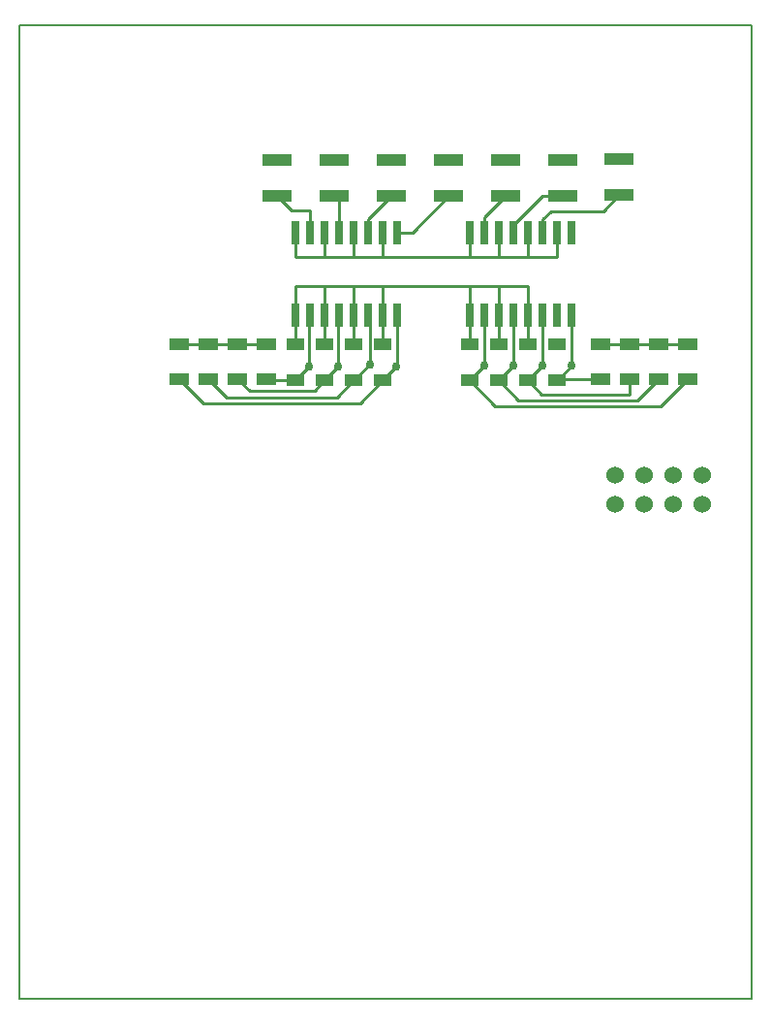
<source format=gbr>
G04 PROTEUS GERBER X2 FILE*
%TF.GenerationSoftware,Labcenter,Proteus,8.5-SP1-Build22252*%
%TF.CreationDate,2016-12-17T22:17:43+00:00*%
%TF.FileFunction,Copper,L1,Top*%
%TF.FilePolarity,Positive*%
%TF.Part,Single*%
%FSLAX45Y45*%
%MOMM*%
G01*
%TA.AperFunction,Conductor*%
%ADD10C,0.254000*%
%TA.AperFunction,ViaPad*%
%ADD11C,0.762000*%
%TA.AperFunction,SMDPad,CuDef*%
%ADD12R,0.635000X2.032000*%
%ADD13R,2.540000X1.016000*%
%ADD14R,1.524000X1.016000*%
%ADD15R,1.752600X1.041400*%
%TA.AperFunction,ComponentPad*%
%ADD16C,1.524000*%
%TA.AperFunction,Profile*%
%ADD17C,0.203200*%
D10*
X-10541000Y+10811000D02*
X-10541000Y+10883900D01*
X-10541000Y+10811000D02*
X-10541000Y+10782300D01*
X-10541000Y+10668000D02*
X-10541000Y+10782300D01*
X-11303000Y+10668000D02*
X-11303000Y+10782300D01*
X-11303000Y+10883900D01*
X-11303000Y+10668000D02*
X-11049000Y+10668000D01*
X-11303000Y+10668000D02*
X-12065000Y+10668000D01*
X-12319000Y+10668000D02*
X-12319000Y+10782300D01*
X-12319000Y+10883900D01*
X-12065000Y+10668000D02*
X-12319000Y+10668000D01*
X-12573000Y+10668000D02*
X-12573000Y+10883900D01*
X-12319000Y+10668000D02*
X-12573000Y+10668000D01*
X-12827000Y+10668000D01*
X-12827000Y+10782300D01*
X-12827000Y+10883900D01*
X-12065000Y+10668000D02*
X-12065000Y+10782300D01*
X-12065000Y+10883900D01*
X-11049000Y+10668000D02*
X-11049000Y+10883900D01*
X-10541000Y+10668000D02*
X-10795000Y+10668000D01*
X-11049000Y+10668000D02*
X-10795000Y+10668000D01*
X-10795000Y+10883900D01*
X-12700000Y+10883900D02*
X-12700000Y+11073000D01*
X-12863000Y+11073000D01*
X-12990000Y+11200000D01*
X-12446000Y+10883900D02*
X-12446000Y+11156000D01*
X-12490000Y+11200000D01*
X-12192000Y+10883900D02*
X-12192000Y+10998000D01*
X-11990000Y+11200000D01*
X-11938000Y+10883900D02*
X-11806100Y+10883900D01*
X-11490000Y+11200000D01*
X-11176000Y+10883900D02*
X-11176000Y+11014000D01*
X-10990000Y+11200000D01*
X-10922000Y+10883900D02*
X-10922000Y+10949087D01*
X-10671087Y+11200000D01*
X-10490000Y+11200000D01*
X-10668000Y+10883900D02*
X-10668000Y+10995989D01*
X-10594775Y+11069214D01*
X-10139786Y+11069214D01*
X-9999500Y+11209500D01*
X-9398000Y+9906000D02*
X-9398000Y+9905999D01*
X-9525000Y+9905999D01*
X-9525001Y+9906000D01*
X-9652000Y+9906000D01*
X-13335000Y+9906000D02*
X-13589000Y+9906000D01*
X-13335000Y+9906000D02*
X-13081000Y+9906000D01*
X-9652000Y+9906000D02*
X-9906000Y+9906000D01*
X-10160000Y+9906000D01*
X-13589000Y+9906000D02*
X-13843000Y+9906000D01*
X-12827000Y+10160000D02*
X-12827000Y+10414000D01*
X-12065000Y+10414000D02*
X-11303000Y+10414000D01*
X-10795000Y+10160000D02*
X-10795000Y+9906000D01*
X-11049000Y+10160000D02*
X-11049000Y+9906000D01*
X-11303000Y+10160000D02*
X-11303000Y+9906000D01*
X-12319000Y+10160000D02*
X-12319000Y+10414000D01*
X-12065000Y+10414000D02*
X-12319000Y+10414000D01*
X-12573000Y+10414000D01*
X-11303000Y+10414000D02*
X-11049000Y+10414000D01*
X-12065000Y+10160000D02*
X-12049881Y+10236604D01*
X-12065000Y+10251723D01*
X-12065000Y+10414000D01*
X-11303000Y+10160000D02*
X-11303000Y+10414000D01*
X-11049000Y+10160000D02*
X-11049000Y+10414000D01*
X-10795000Y+10414000D02*
X-10857493Y+10414000D01*
X-11049000Y+10414000D02*
X-10857493Y+10414000D01*
X-10795000Y+10160000D02*
X-10795000Y+10414000D01*
X-12573000Y+10160000D02*
X-12573000Y+10287000D01*
X-12573000Y+10414000D02*
X-12573000Y+10287000D01*
X-12065000Y+10160000D02*
X-12065000Y+9906000D01*
X-12319000Y+10160000D02*
X-12319000Y+9906000D01*
X-12573000Y+10160000D02*
X-12573000Y+9906000D01*
X-12827000Y+10414000D02*
X-12573000Y+10414000D01*
X-12827000Y+10160000D02*
X-12827000Y+9906000D01*
X-12710079Y+9707961D02*
X-12710079Y+10058400D01*
X-12700000Y+10160000D01*
X-12827000Y+9591040D02*
X-12710079Y+9707961D01*
X-12827000Y+9591040D02*
X-13066040Y+9591040D01*
X-13081000Y+9606000D01*
X-12454568Y+9709472D02*
X-12454568Y+10078862D01*
X-12442977Y+10090453D01*
X-12446000Y+10160000D01*
X-12573000Y+9591040D02*
X-12454568Y+9709472D01*
X-12573000Y+9591040D02*
X-12663229Y+9500811D01*
X-13229811Y+9500811D01*
X-13335000Y+9606000D01*
X-12179269Y+9730771D02*
X-12179269Y+10147269D01*
X-12192000Y+10160000D01*
X-12319000Y+9591040D02*
X-12179269Y+9730771D01*
X-12319000Y+9591040D02*
X-12464666Y+9445374D01*
X-13428374Y+9445374D01*
X-13589000Y+9606000D01*
X-11946373Y+9709667D02*
X-11938000Y+9718040D01*
X-11938000Y+10160000D01*
X-12065000Y+9591040D02*
X-11946373Y+9709667D01*
X-11946373Y+9715706D02*
X-11946373Y+9709667D01*
X-12065000Y+9591040D02*
X-12261426Y+9394614D01*
X-13631614Y+9394614D01*
X-13843000Y+9606000D01*
X-11176000Y+9718040D02*
X-11176000Y+10160000D01*
X-11303000Y+9591040D02*
X-11176000Y+9718040D01*
X-11303000Y+9591040D02*
X-11080980Y+9369020D01*
X-9634980Y+9369020D01*
X-9398000Y+9606000D01*
X-10922000Y+9718040D02*
X-10922000Y+10160000D01*
X-11049000Y+9591040D02*
X-10922000Y+9718040D01*
X-11049000Y+9591040D02*
X-10877772Y+9419812D01*
X-9838188Y+9419812D01*
X-9652000Y+9606000D01*
X-10668000Y+9718040D02*
X-10668000Y+10160000D01*
X-10795000Y+9591040D02*
X-10668000Y+9718040D01*
X-10795000Y+9591040D02*
X-10674533Y+9470573D01*
X-9911040Y+9470573D01*
X-9911040Y+9600960D01*
X-9906000Y+9606000D01*
X-10414000Y+9779000D02*
X-10414000Y+10160000D01*
X-10414000Y+9718040D02*
X-10526040Y+9606000D01*
X-10414000Y+9718040D02*
X-10414000Y+9779000D01*
X-10526040Y+9606000D02*
X-10541000Y+9591040D01*
X-10526040Y+9606000D02*
X-10160000Y+9606000D01*
D11*
X-12710079Y+9707961D03*
X-12454568Y+9709472D03*
X-12179269Y+9730771D03*
X-11946373Y+9715706D03*
X-11176000Y+9718040D03*
X-10922000Y+9718040D03*
X-10668000Y+9718040D03*
X-10414000Y+9718040D03*
D12*
X-11938000Y+10883900D03*
X-12065000Y+10883900D03*
X-12192000Y+10883900D03*
X-12319000Y+10883900D03*
X-12446000Y+10883900D03*
X-12573000Y+10883900D03*
X-12700000Y+10883900D03*
X-12827000Y+10883900D03*
X-12827000Y+10160000D03*
X-12700000Y+10160000D03*
X-12573000Y+10160000D03*
X-12446000Y+10160000D03*
X-12319000Y+10160000D03*
X-12192000Y+10160000D03*
X-12065000Y+10160000D03*
X-11938000Y+10160000D03*
X-10414000Y+10883900D03*
X-10541000Y+10883900D03*
X-10668000Y+10883900D03*
X-10795000Y+10883900D03*
X-10922000Y+10883900D03*
X-11049000Y+10883900D03*
X-11176000Y+10883900D03*
X-11303000Y+10883900D03*
X-11303000Y+10160000D03*
X-11176000Y+10160000D03*
X-11049000Y+10160000D03*
X-10922000Y+10160000D03*
X-10795000Y+10160000D03*
X-10668000Y+10160000D03*
X-10541000Y+10160000D03*
X-10414000Y+10160000D03*
D13*
X-12990000Y+11514960D03*
X-12990000Y+11200000D03*
X-12490000Y+11514960D03*
X-12490000Y+11200000D03*
X-11990000Y+11514960D03*
X-11990000Y+11200000D03*
X-11490000Y+11514960D03*
X-11490000Y+11200000D03*
X-10990000Y+11514960D03*
X-10990000Y+11200000D03*
X-10490000Y+11514960D03*
X-10490000Y+11200000D03*
X-9999500Y+11524460D03*
X-9999500Y+11209500D03*
D14*
X-10541000Y+9591040D03*
X-10541000Y+9906000D03*
X-10795000Y+9591040D03*
X-10795000Y+9906000D03*
X-11049000Y+9591040D03*
X-11049000Y+9906000D03*
X-11303000Y+9591040D03*
X-11303000Y+9906000D03*
X-12319000Y+9591040D03*
X-12319000Y+9906000D03*
X-12573000Y+9591040D03*
X-12573000Y+9906000D03*
X-12827000Y+9591040D03*
X-12827000Y+9906000D03*
D15*
X-13081000Y+9906000D03*
X-13081000Y+9606000D03*
X-13335000Y+9906000D03*
X-13335000Y+9606000D03*
X-13589000Y+9906000D03*
X-13589000Y+9606000D03*
X-13843000Y+9906000D03*
X-13843000Y+9606000D03*
X-9398000Y+9906000D03*
X-9398000Y+9606000D03*
X-9652000Y+9906000D03*
X-9652000Y+9606000D03*
X-9906000Y+9906000D03*
X-9906000Y+9606000D03*
X-10160000Y+9906000D03*
X-10160000Y+9606000D03*
D14*
X-12065000Y+9591040D03*
X-12065000Y+9906000D03*
D16*
X-10033000Y+8509000D03*
X-10033000Y+8763000D03*
X-9779000Y+8509000D03*
X-9779000Y+8763000D03*
X-9525000Y+8509000D03*
X-9525000Y+8763000D03*
X-9271000Y+8509000D03*
X-9271000Y+8763000D03*
D17*
X-15240000Y+4195000D02*
X-8840000Y+4195000D01*
X-8840000Y+12695000D01*
X-15240000Y+12695000D01*
X-15240000Y+4195000D01*
M02*

</source>
